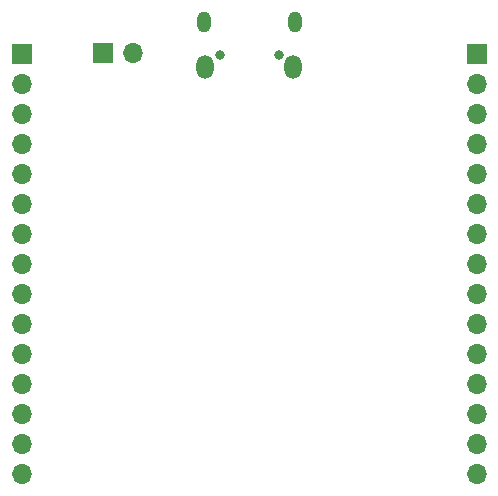
<source format=gbr>
%TF.GenerationSoftware,KiCad,Pcbnew,(5.1.12)-1*%
%TF.CreationDate,2021-12-29T23:54:55+01:00*%
%TF.ProjectId,STM32_Devkit,53544d33-325f-4446-9576-6b69742e6b69,rev?*%
%TF.SameCoordinates,Original*%
%TF.FileFunction,Soldermask,Bot*%
%TF.FilePolarity,Negative*%
%FSLAX46Y46*%
G04 Gerber Fmt 4.6, Leading zero omitted, Abs format (unit mm)*
G04 Created by KiCad (PCBNEW (5.1.12)-1) date 2021-12-29 23:54:55*
%MOMM*%
%LPD*%
G01*
G04 APERTURE LIST*
%ADD10O,1.450000X2.000000*%
%ADD11O,1.150000X1.800000*%
%ADD12O,0.800000X0.800000*%
%ADD13O,1.700000X1.700000*%
%ADD14R,1.700000X1.700000*%
G04 APERTURE END LIST*
D10*
%TO.C,J1*%
X186725000Y-110600000D03*
X179275000Y-110600000D03*
D11*
X186875000Y-106800000D03*
X179125000Y-106800000D03*
D12*
X185500000Y-109550000D03*
X180500000Y-109550000D03*
%TD*%
D13*
%TO.C,J2*%
X163750000Y-145060000D03*
X163750000Y-142520000D03*
X163750000Y-139980000D03*
X163750000Y-137440000D03*
X163750000Y-134900000D03*
X163750000Y-132360000D03*
X163750000Y-129820000D03*
X163750000Y-127280000D03*
X163750000Y-124740000D03*
X163750000Y-122200000D03*
X163750000Y-119660000D03*
X163750000Y-117120000D03*
X163750000Y-114580000D03*
X163750000Y-112040000D03*
D14*
X163750000Y-109500000D03*
%TD*%
%TO.C,J3*%
X202250000Y-109500000D03*
D13*
X202250000Y-112040000D03*
X202250000Y-114580000D03*
X202250000Y-117120000D03*
X202250000Y-119660000D03*
X202250000Y-122200000D03*
X202250000Y-124740000D03*
X202250000Y-127280000D03*
X202250000Y-129820000D03*
X202250000Y-132360000D03*
X202250000Y-134900000D03*
X202250000Y-137440000D03*
X202250000Y-139980000D03*
X202250000Y-142520000D03*
X202250000Y-145060000D03*
%TD*%
D14*
%TO.C,JP1*%
X170600000Y-109400000D03*
D13*
X173140000Y-109400000D03*
%TD*%
M02*

</source>
